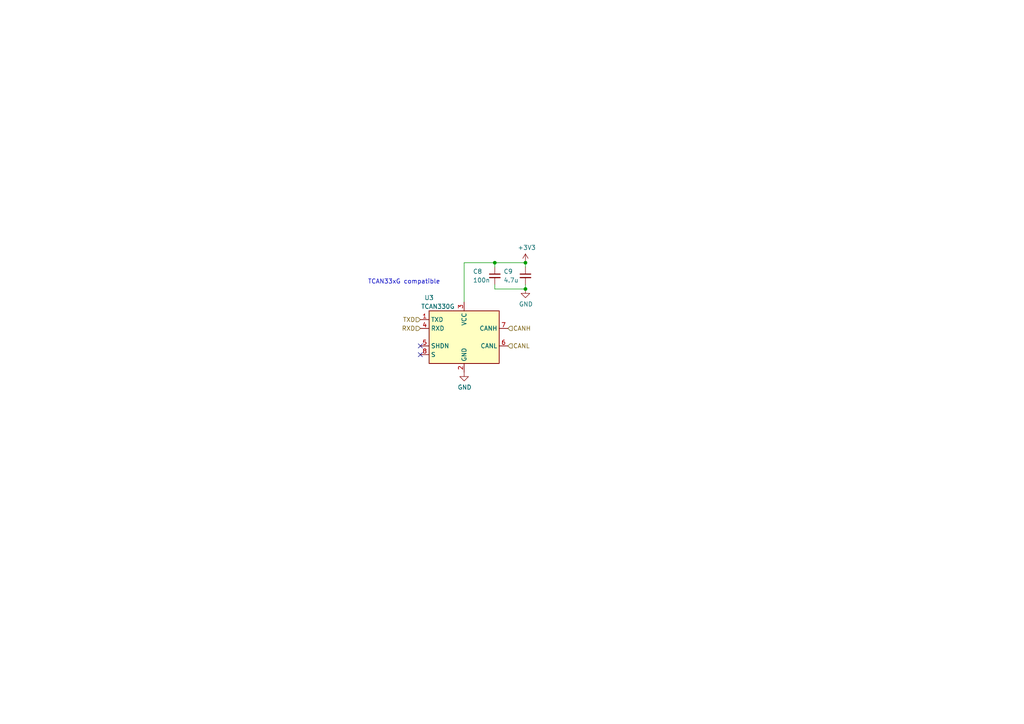
<source format=kicad_sch>
(kicad_sch (version 20211123) (generator eeschema)
  (paper "A4")
  (lib_symbols
    (symbol "Device:C_Small" (pin_numbers hide) (pin_names (offset 0.254) hide)
      (property "Reference" "C" (at 0.254 1.778 0))
      (property "Value" "C_Small" (at 0.254 -2.032 0))
      (symbol "C_Small_0_1"
        (polyline (pts (xy -1.524 -0.508) (xy 1.524 -0.508)) (stroke (width 0.3302)))
        (polyline (pts (xy -1.524 0.508) (xy 1.524 0.508)) (stroke (width 0.3048)))
      )
      (symbol "C_Small_1_1"
        (pin passive line (at 0 2.54 270) (length 2.032) (name "~") (number "1"))
        (pin passive line (at 0 -2.54 90) (length 2.032) (name "~") (number "2"))
      )
    )
    (symbol "Interface_CAN_LIN:TCAN330G"
      (property "Reference" "U" (at -10.16 8.89 0))
      (property "Value" "TCAN330G" (at 2.54 8.89 0))
      (symbol "TCAN330G_0_1"
        (rectangle (start -10.16 7.62) (end 10.16 -7.62) (stroke (width 0.254)) (fill (type background)))
      )
      (symbol "TCAN330G_1_1"
        (pin input line (at -12.7 5.08 0) (length 2.54) (name "TXD") (number "1"))
        (pin power_in line (at 0 -10.16 90) (length 2.54) (name "GND") (number "2"))
        (pin power_in line (at 0 10.16 270) (length 2.54) (name "VCC") (number "3"))
        (pin tri_state line (at -12.7 2.54 0) (length 2.54) (name "RXD") (number "4"))
        (pin input line (at -12.7 -2.54 0) (length 2.54) (name "SHDN") (number "5"))
        (pin bidirectional line (at 12.7 -2.54 180) (length 2.54) (name "CANL") (number "6"))
        (pin bidirectional line (at 12.7 2.54 180) (length 2.54) (name "CANH") (number "7"))
        (pin input line (at -12.7 -5.08 0) (length 2.54) (name "S") (number "8"))
      )
    )
    (symbol "power:+3V3" (power) (pin_names (offset 0))
      (property "Value" "+3V3" (at 0 3.556 0))
      (symbol "+3V3_0_1"
        (polyline (pts (xy -0.762 1.27) (xy 0 2.54)))
        (polyline (pts (xy 0 0) (xy 0 2.54)))
        (polyline (pts (xy 0 2.54) (xy 0.762 1.27)))
      )
      (symbol "+3V3_1_1"
        (pin power_in line (at 0 0 90) (length 0) hide (name "+3V3") (number "1"))
      )
    )
    (symbol "power:GND" (power) (pin_names (offset 0))
      (property "Value" "GND" (at 0 -3.81 0))
      (symbol "GND_0_1"
        (polyline (pts (xy 0 0) (xy 0 -1.27) (xy 1.27 -1.27) (xy 0 -2.54) (xy -1.27 -1.27) (xy 0 -1.27)))
      )
      (symbol "GND_1_1"
        (pin power_in line (at 0 0 270) (length 0) hide (name "GND") (number "1"))
      )
    )
  )
  (junction (at 152.4 76.2))
  (junction (at 143.51 76.2))
  (junction (at 152.4 83.82))
  (no_connect (at 121.92 100.33))
  (no_connect (at 121.92 102.87))
  (wire (pts (xy 143.51 82.55) (xy 143.51 83.82)))
  (wire (pts (xy 152.4 76.2) (xy 152.4 77.47)))
  (wire (pts (xy 152.4 83.82) (xy 152.4 82.55)))
  (wire (pts (xy 134.62 76.2) (xy 143.51 76.2)))
  (wire (pts (xy 143.51 83.82) (xy 152.4 83.82)))
  (wire (pts (xy 143.51 77.47) (xy 143.51 76.2)))
  (wire (pts (xy 143.51 76.2) (xy 152.4 76.2)))
  (wire (pts (xy 134.62 87.63) (xy 134.62 76.2)))
  (text "TCAN33xG compatible" (at 106.68 82.55 0) (effects (font (size 1.27 1.27)) (justify left bottom)))
  (hierarchical_label "CANH" (shape input) (at 147.32 95.25 0))
  (hierarchical_label "TXD" (shape input) (at 121.92 92.71 180))
  (hierarchical_label "RXD" (shape input) (at 121.92 95.25 180))
  (hierarchical_label "CANL" (shape input) (at 147.32 100.33 0))
  (symbol (lib_id "power:GND") (at 152.4 83.82 0)
    (property "Reference" "#PWR041" (effects hide))
    (property "Value" "GND" (at 152.527 88.2142 0))
  )
  (symbol (lib_id "power:+3V3") (at 152.4 76.2 0)
    (property "Reference" "#PWR040" (effects hide))
    (property "Value" "+3V3" (at 152.781 71.8058 0))
  )
  (symbol (lib_id "power:GND") (at 134.62 107.95 0)
    (property "Reference" "#PWR039" (effects hide))
    (property "Value" "GND" (at 134.747 112.3442 0))
  )
  (symbol (lib_id "Device:C_Small") (at 152.4 80.01 0)
    (property "Reference" "C9" (at 146.05 78.74 0) (effects (justify left)))
    (property "Value" "4.7u" (at 146.05 81.28 0) (effects (justify left)))
    (property "Footprint" "Capacitor_SMD:C_0603_1608Metric" (effects hide))
  )
  (symbol (lib_id "Device:C_Small") (at 143.51 80.01 0)
    (property "Reference" "C8" (at 137.16 78.74 0) (effects (justify left)))
    (property "Value" "100n" (at 137.16 81.28 0) (effects (justify left)))
    (property "Footprint" "Capacitor_SMD:C_0603_1608Metric" (effects hide))
  )
  (symbol (lib_id "Interface_CAN_LIN:TCAN330G") (at 134.62 97.79 0)
    (property "Reference" "U3" (at 124.46 86.36 0))
    (property "Value" "TCAN330G" (at 127 88.9 0))
    (property "Footprint" "Package_SO:SOIC-8_3.9x4.9mm_P1.27mm" (effects hide))
    (property "Datasheet" "http://www.ti.com/lit/ds/symlink/tcan337.pdf" (effects hide))
  )
)
</source>
